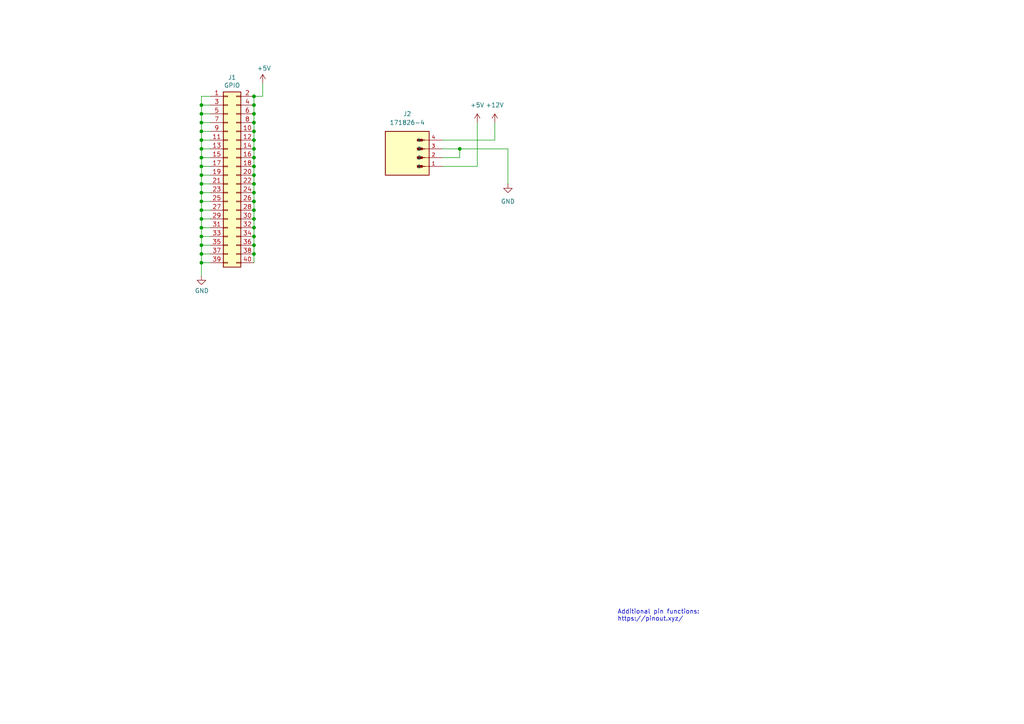
<source format=kicad_sch>
(kicad_sch (version 20231120) (generator "eeschema") (generator_version "8.0")
  (paper "A4")
  (title_block (date "15 nov 2012"))
  (lib_symbols
    (symbol "+5V_1" (power) (pin_numbers hide) (pin_names (offset 0) hide)
      (property "Value" "+5V" (at 0 3.556 0))
      (symbol "+5V_1_0_1"
        (polyline (pts (xy -0.762 1.27) (xy 0 2.54)))
        (polyline (pts (xy 0 0) (xy 0 2.54)))
        (polyline (pts (xy 0 2.54) (xy 0.762 1.27)))
      )
      (symbol "+5V_1_1_1"
        (pin power_in line (at 0 0 90) (length 0) (name "~") (number "1"))
      )
    )
    (symbol "171826-4:171826-4" (pin_names (offset 1.016))
      (property "Reference" "J" (at -6.85 7.62 0))
      (property "Value" "171826-4" (at -6.35 -7.62 0))
      (symbol "171826-4_0_0"
        (rectangle (start -6.35 -5.08) (end 6.35 7.62) (stroke (width 0.254)) (fill (type background)))
        (rectangle (start -4.445 -2.8575) (end -2.8575 -2.2225) (stroke (width 0.1)) (fill (type outline)))
        (rectangle (start -4.445 -0.3175) (end -2.8575 0.3175) (stroke (width 0.1)) (fill (type outline)))
        (rectangle (start -4.445 2.2225) (end -2.8575 2.8575) (stroke (width 0.1)) (fill (type outline)))
        (rectangle (start -4.445 4.7625) (end -2.8575 5.3975) (stroke (width 0.1)) (fill (type outline)))
        (polyline (pts (xy -5.08 -2.54) (xy -3.175 -2.54)) (stroke (width 0.254)))
        (polyline (pts (xy -5.08 0) (xy -3.175 0)) (stroke (width 0.254)))
        (polyline (pts (xy -5.08 2.54) (xy -3.175 2.54)) (stroke (width 0.254)))
        (polyline (pts (xy -5.08 5.08) (xy -3.175 5.08)) (stroke (width 0.254)))
        (pin passive line (at -10.16 5.08 0) (length 5.08) (name "1") (number "1"))
        (pin passive line (at -10.16 2.54 0) (length 5.08) (name "2") (number "2"))
        (pin passive line (at -10.16 0 0) (length 5.08) (name "3") (number "3"))
        (pin passive line (at -10.16 -2.54 0) (length 5.08) (name "4") (number "4"))
      )
    )
    (symbol "Connector_Generic:Conn_02x20_Odd_Even" (pin_names (offset 1.016) hide)
      (property "Reference" "J" (at 1.27 25.4 0))
      (property "Value" "Conn_02x20_Odd_Even" (at 1.27 -27.94 0))
      (symbol "Conn_02x20_Odd_Even_1_1"
        (rectangle (start -1.27 -25.273) (end 0 -25.527) (stroke (width 0.1524)))
        (rectangle (start -1.27 -22.733) (end 0 -22.987) (stroke (width 0.1524)))
        (rectangle (start -1.27 -20.193) (end 0 -20.447) (stroke (width 0.1524)))
        (rectangle (start -1.27 -17.653) (end 0 -17.907) (stroke (width 0.1524)))
        (rectangle (start -1.27 -15.113) (end 0 -15.367) (stroke (width 0.1524)))
        (rectangle (start -1.27 -12.573) (end 0 -12.827) (stroke (width 0.1524)))
        (rectangle (start -1.27 -10.033) (end 0 -10.287) (stroke (width 0.1524)))
        (rectangle (start -1.27 -7.493) (end 0 -7.747) (stroke (width 0.1524)))
        (rectangle (start -1.27 -4.953) (end 0 -5.207) (stroke (width 0.1524)))
        (rectangle (start -1.27 -2.413) (end 0 -2.667) (stroke (width 0.1524)))
        (rectangle (start -1.27 0.127) (end 0 -0.127) (stroke (width 0.1524)))
        (rectangle (start -1.27 2.667) (end 0 2.413) (stroke (width 0.1524)))
        (rectangle (start -1.27 5.207) (end 0 4.953) (stroke (width 0.1524)))
        (rectangle (start -1.27 7.747) (end 0 7.493) (stroke (width 0.1524)))
        (rectangle (start -1.27 10.287) (end 0 10.033) (stroke (width 0.1524)))
        (rectangle (start -1.27 12.827) (end 0 12.573) (stroke (width 0.1524)))
        (rectangle (start -1.27 15.367) (end 0 15.113) (stroke (width 0.1524)))
        (rectangle (start -1.27 17.907) (end 0 17.653) (stroke (width 0.1524)))
        (rectangle (start -1.27 20.447) (end 0 20.193) (stroke (width 0.1524)))
        (rectangle (start -1.27 22.987) (end 0 22.733) (stroke (width 0.1524)))
        (rectangle (start -1.27 24.13) (end 3.81 -26.67) (stroke (width 0.254)) (fill (type background)))
        (rectangle (start 3.81 -25.273) (end 2.54 -25.527) (stroke (width 0.1524)))
        (rectangle (start 3.81 -22.733) (end 2.54 -22.987) (stroke (width 0.1524)))
        (rectangle (start 3.81 -20.193) (end 2.54 -20.447) (stroke (width 0.1524)))
        (rectangle (start 3.81 -17.653) (end 2.54 -17.907) (stroke (width 0.1524)))
        (rectangle (start 3.81 -15.113) (end 2.54 -15.367) (stroke (width 0.1524)))
        (rectangle (start 3.81 -12.573) (end 2.54 -12.827) (stroke (width 0.1524)))
        (rectangle (start 3.81 -10.033) (end 2.54 -10.287) (stroke (width 0.1524)))
        (rectangle (start 3.81 -7.493) (end 2.54 -7.747) (stroke (width 0.1524)))
        (rectangle (start 3.81 -4.953) (end 2.54 -5.207) (stroke (width 0.1524)))
        (rectangle (start 3.81 -2.413) (end 2.54 -2.667) (stroke (width 0.1524)))
        (rectangle (start 3.81 0.127) (end 2.54 -0.127) (stroke (width 0.1524)))
        (rectangle (start 3.81 2.667) (end 2.54 2.413) (stroke (width 0.1524)))
        (rectangle (start 3.81 5.207) (end 2.54 4.953) (stroke (width 0.1524)))
        (rectangle (start 3.81 7.747) (end 2.54 7.493) (stroke (width 0.1524)))
        (rectangle (start 3.81 10.287) (end 2.54 10.033) (stroke (width 0.1524)))
        (rectangle (start 3.81 12.827) (end 2.54 12.573) (stroke (width 0.1524)))
        (rectangle (start 3.81 15.367) (end 2.54 15.113) (stroke (width 0.1524)))
        (rectangle (start 3.81 17.907) (end 2.54 17.653) (stroke (width 0.1524)))
        (rectangle (start 3.81 20.447) (end 2.54 20.193) (stroke (width 0.1524)))
        (rectangle (start 3.81 22.987) (end 2.54 22.733) (stroke (width 0.1524)))
        (pin passive line (at -5.08 22.86 0) (length 3.81) (name "Pin_1") (number "1"))
        (pin passive line (at 7.62 12.7 180) (length 3.81) (name "Pin_10") (number "10"))
        (pin passive line (at -5.08 10.16 0) (length 3.81) (name "Pin_11") (number "11"))
        (pin passive line (at 7.62 10.16 180) (length 3.81) (name "Pin_12") (number "12"))
        (pin passive line (at -5.08 7.62 0) (length 3.81) (name "Pin_13") (number "13"))
        (pin passive line (at 7.62 7.62 180) (length 3.81) (name "Pin_14") (number "14"))
        (pin passive line (at -5.08 5.08 0) (length 3.81) (name "Pin_15") (number "15"))
        (pin passive line (at 7.62 5.08 180) (length 3.81) (name "Pin_16") (number "16"))
        (pin passive line (at -5.08 2.54 0) (length 3.81) (name "Pin_17") (number "17"))
        (pin passive line (at 7.62 2.54 180) (length 3.81) (name "Pin_18") (number "18"))
        (pin passive line (at -5.08 0 0) (length 3.81) (name "Pin_19") (number "19"))
        (pin passive line (at 7.62 22.86 180) (length 3.81) (name "Pin_2") (number "2"))
        (pin passive line (at 7.62 0 180) (length 3.81) (name "Pin_20") (number "20"))
        (pin passive line (at -5.08 -2.54 0) (length 3.81) (name "Pin_21") (number "21"))
        (pin passive line (at 7.62 -2.54 180) (length 3.81) (name "Pin_22") (number "22"))
        (pin passive line (at -5.08 -5.08 0) (length 3.81) (name "Pin_23") (number "23"))
        (pin passive line (at 7.62 -5.08 180) (length 3.81) (name "Pin_24") (number "24"))
        (pin passive line (at -5.08 -7.62 0) (length 3.81) (name "Pin_25") (number "25"))
        (pin passive line (at 7.62 -7.62 180) (length 3.81) (name "Pin_26") (number "26"))
        (pin passive line (at -5.08 -10.16 0) (length 3.81) (name "Pin_27") (number "27"))
        (pin passive line (at 7.62 -10.16 180) (length 3.81) (name "Pin_28") (number "28"))
        (pin passive line (at -5.08 -12.7 0) (length 3.81) (name "Pin_29") (number "29"))
        (pin passive line (at -5.08 20.32 0) (length 3.81) (name "Pin_3") (number "3"))
        (pin passive line (at 7.62 -12.7 180) (length 3.81) (name "Pin_30") (number "30"))
        (pin passive line (at -5.08 -15.24 0) (length 3.81) (name "Pin_31") (number "31"))
        (pin passive line (at 7.62 -15.24 180) (length 3.81) (name "Pin_32") (number "32"))
        (pin passive line (at -5.08 -17.78 0) (length 3.81) (name "Pin_33") (number "33"))
        (pin passive line (at 7.62 -17.78 180) (length 3.81) (name "Pin_34") (number "34"))
        (pin passive line (at -5.08 -20.32 0) (length 3.81) (name "Pin_35") (number "35"))
        (pin passive line (at 7.62 -20.32 180) (length 3.81) (name "Pin_36") (number "36"))
        (pin passive line (at -5.08 -22.86 0) (length 3.81) (name "Pin_37") (number "37"))
        (pin passive line (at 7.62 -22.86 180) (length 3.81) (name "Pin_38") (number "38"))
        (pin passive line (at -5.08 -25.4 0) (length 3.81) (name "Pin_39") (number "39"))
        (pin passive line (at 7.62 20.32 180) (length 3.81) (name "Pin_4") (number "4"))
        (pin passive line (at 7.62 -25.4 180) (length 3.81) (name "Pin_40") (number "40"))
        (pin passive line (at -5.08 17.78 0) (length 3.81) (name "Pin_5") (number "5"))
        (pin passive line (at 7.62 17.78 180) (length 3.81) (name "Pin_6") (number "6"))
        (pin passive line (at -5.08 15.24 0) (length 3.81) (name "Pin_7") (number "7"))
        (pin passive line (at 7.62 15.24 180) (length 3.81) (name "Pin_8") (number "8"))
        (pin passive line (at -5.08 12.7 0) (length 3.81) (name "Pin_9") (number "9"))
      )
    )
    (symbol "GND_1" (power) (pin_numbers hide) (pin_names (offset 0) hide)
      (property "Value" "GND" (at 0 -3.81 0))
      (symbol "GND_1_0_1"
        (polyline (pts (xy 0 0) (xy 0 -1.27) (xy 1.27 -1.27) (xy 0 -2.54) (xy -1.27 -1.27) (xy 0 -1.27)))
      )
      (symbol "GND_1_1_1"
        (pin power_in line (at 0 0 270) (length 0) (name "~") (number "1"))
      )
    )
    (symbol "power:+12V" (power) (pin_numbers hide) (pin_names (offset 0) hide)
      (property "Value" "+12V" (at 0 3.556 0))
      (symbol "+12V_0_1"
        (polyline (pts (xy -0.762 1.27) (xy 0 2.54)))
        (polyline (pts (xy 0 0) (xy 0 2.54)))
        (polyline (pts (xy 0 2.54) (xy 0.762 1.27)))
      )
      (symbol "+12V_1_1"
        (pin power_in line (at 0 0 90) (length 0) (name "~") (number "1"))
      )
    )
    (symbol "power:+5V" (power) (pin_names (offset 0))
      (property "Value" "+5V" (at 0 3.556 0))
      (symbol "+5V_0_1"
        (polyline (pts (xy -0.762 1.27) (xy 0 2.54)))
        (polyline (pts (xy 0 0) (xy 0 2.54)))
        (polyline (pts (xy 0 2.54) (xy 0.762 1.27)))
      )
      (symbol "+5V_1_1"
        (pin power_in line (at 0 0 90) (length 0) hide (name "+5V") (number "1"))
      )
    )
    (symbol "power:GND" (power) (pin_names (offset 0))
      (property "Value" "GND" (at 0 -3.81 0))
      (symbol "GND_0_1"
        (polyline (pts (xy 0 0) (xy 0 -1.27) (xy 1.27 -1.27) (xy 0 -2.54) (xy -1.27 -1.27) (xy 0 -1.27)))
      )
      (symbol "GND_1_1"
        (pin power_in line (at 0 0 270) (length 0) hide (name "GND") (number "1"))
      )
    )
  )
  (junction (at 58.42 35.56))
  (junction (at 58.42 33.02))
  (junction (at 58.42 45.72))
  (junction (at 73.66 40.64))
  (junction (at 73.66 33.02))
  (junction (at 58.42 43.18))
  (junction (at 73.66 48.26))
  (junction (at 73.66 71.12))
  (junction (at 73.66 50.8))
  (junction (at 58.42 76.2))
  (junction (at 58.42 50.8))
  (junction (at 58.42 48.26))
  (junction (at 73.66 63.5))
  (junction (at 58.42 38.1))
  (junction (at 73.66 30.48))
  (junction (at 58.42 63.5))
  (junction (at 73.66 55.88))
  (junction (at 58.42 40.64))
  (junction (at 58.42 30.48))
  (junction (at 58.42 71.12))
  (junction (at 73.66 53.34))
  (junction (at 58.42 60.96))
  (junction (at 133.35 43.18))
  (junction (at 73.66 68.58))
  (junction (at 73.66 35.56))
  (junction (at 73.66 43.18))
  (junction (at 58.42 66.04))
  (junction (at 58.42 55.88))
  (junction (at 58.42 53.34))
  (junction (at 73.66 66.04))
  (junction (at 73.66 73.66))
  (junction (at 73.66 60.96))
  (junction (at 58.42 58.42))
  (junction (at 73.66 38.1))
  (junction (at 58.42 73.66))
  (junction (at 73.66 27.94))
  (junction (at 73.66 45.72))
  (junction (at 58.42 68.58))
  (junction (at 73.66 58.42))
  (wire (pts (xy 147.32 43.18) (xy 147.32 53.34)))
  (wire (pts (xy 73.66 48.26) (xy 73.66 50.8)))
  (wire (pts (xy 58.42 66.04) (xy 58.42 68.58)))
  (wire (pts (xy 60.96 53.34) (xy 58.42 53.34)))
  (wire (pts (xy 58.42 58.42) (xy 58.42 60.96)))
  (wire (pts (xy 58.42 38.1) (xy 58.42 40.64)))
  (wire (pts (xy 60.96 38.1) (xy 58.42 38.1)))
  (wire (pts (xy 58.42 63.5) (xy 58.42 66.04)))
  (wire (pts (xy 60.96 48.26) (xy 58.42 48.26)))
  (wire (pts (xy 60.96 55.88) (xy 58.42 55.88)))
  (wire (pts (xy 58.42 35.56) (xy 58.42 38.1)))
  (wire (pts (xy 60.96 66.04) (xy 58.42 66.04)))
  (wire (pts (xy 128.27 43.18) (xy 133.35 43.18)))
  (wire (pts (xy 73.66 27.94) (xy 73.66 30.48)))
  (wire (pts (xy 58.42 55.88) (xy 58.42 58.42)))
  (wire (pts (xy 73.66 68.58) (xy 73.66 71.12)))
  (wire (pts (xy 60.96 45.72) (xy 58.42 45.72)))
  (wire (pts (xy 60.96 63.5) (xy 58.42 63.5)))
  (wire (pts (xy 73.66 60.96) (xy 73.66 63.5)))
  (wire (pts (xy 73.66 27.94) (xy 76.2 27.94)))
  (wire (pts (xy 73.66 40.64) (xy 73.66 43.18)))
  (wire (pts (xy 58.42 30.48) (xy 58.42 33.02)))
  (wire (pts (xy 143.51 40.64) (xy 143.51 35.56)))
  (wire (pts (xy 60.96 58.42) (xy 58.42 58.42)))
  (wire (pts (xy 73.66 33.02) (xy 73.66 35.56)))
  (wire (pts (xy 60.96 68.58) (xy 58.42 68.58)))
  (wire (pts (xy 60.96 35.56) (xy 58.42 35.56)))
  (wire (pts (xy 58.42 68.58) (xy 58.42 71.12)))
  (wire (pts (xy 58.42 73.66) (xy 60.96 73.66)))
  (wire (pts (xy 73.66 50.8) (xy 73.66 53.34)))
  (wire (pts (xy 73.66 43.18) (xy 73.66 45.72)))
  (wire (pts (xy 60.96 30.48) (xy 58.42 30.48)))
  (wire (pts (xy 60.96 71.12) (xy 58.42 71.12)))
  (wire (pts (xy 73.66 66.04) (xy 73.66 68.58)))
  (wire (pts (xy 58.42 71.12) (xy 58.42 73.66)))
  (wire (pts (xy 58.42 45.72) (xy 58.42 48.26)))
  (wire (pts (xy 58.42 48.26) (xy 58.42 50.8)))
  (wire (pts (xy 60.96 27.94) (xy 58.42 27.94)))
  (wire (pts (xy 60.96 40.64) (xy 58.42 40.64)))
  (wire (pts (xy 58.42 53.34) (xy 58.42 55.88)))
  (wire (pts (xy 76.2 24.13) (xy 76.2 27.94)))
  (wire (pts (xy 73.66 73.66) (xy 73.66 76.2)))
  (wire (pts (xy 133.35 43.18) (xy 147.32 43.18)))
  (wire (pts (xy 73.66 45.72) (xy 73.66 48.26)))
  (wire (pts (xy 60.96 60.96) (xy 58.42 60.96)))
  (wire (pts (xy 58.42 50.8) (xy 58.42 53.34)))
  (wire (pts (xy 60.96 50.8) (xy 58.42 50.8)))
  (wire (pts (xy 73.66 53.34) (xy 73.66 55.88)))
  (wire (pts (xy 60.96 33.02) (xy 58.42 33.02)))
  (wire (pts (xy 128.27 45.72) (xy 133.35 45.72)))
  (wire (pts (xy 58.42 76.2) (xy 58.42 80.01)))
  (wire (pts (xy 73.66 71.12) (xy 73.66 73.66)))
  (wire (pts (xy 73.66 38.1) (xy 73.66 40.64)))
  (wire (pts (xy 58.42 27.94) (xy 58.42 30.48)))
  (wire (pts (xy 128.27 40.64) (xy 143.51 40.64)))
  (wire (pts (xy 58.42 43.18) (xy 58.42 45.72)))
  (wire (pts (xy 58.42 60.96) (xy 58.42 63.5)))
  (wire (pts (xy 58.42 76.2) (xy 60.96 76.2)))
  (wire (pts (xy 73.66 58.42) (xy 73.66 60.96)))
  (wire (pts (xy 58.42 40.64) (xy 58.42 43.18)))
  (wire (pts (xy 138.43 35.56) (xy 138.43 48.26)))
  (wire (pts (xy 73.66 55.88) (xy 73.66 58.42)))
  (wire (pts (xy 73.66 63.5) (xy 73.66 66.04)))
  (wire (pts (xy 73.66 35.56) (xy 73.66 38.1)))
  (wire (pts (xy 60.96 43.18) (xy 58.42 43.18)))
  (wire (pts (xy 73.66 30.48) (xy 73.66 33.02)))
  (wire (pts (xy 58.42 73.66) (xy 58.42 76.2)))
  (wire (pts (xy 133.35 45.72) (xy 133.35 43.18)))
  (wire (pts (xy 128.27 48.26) (xy 138.43 48.26)))
  (wire (pts (xy 58.42 33.02) (xy 58.42 35.56)))
  (text "Additional pin functions:\nhttps://pinout.xyz/" (at 179.07 180.34 0) (effects (font (size 1.27 1.27)) (justify left bottom)))
  (symbol (lib_id "power:+5V") (at 76.2 24.13 0) (unit 1)
    (property "Reference" "#PWR01" (effects (hide yes)))
    (property "Value" "+5V" (at 76.5683 19.8056 0))
  )
  (symbol (lib_id "power:GND") (at 58.42 80.01 0) (unit 1)
    (property "Reference" "#PWR03" (effects (hide yes)))
    (property "Value" "GND" (at 58.5343 84.3344 0))
  )
  (symbol (lib_id "Connector_Generic:Conn_02x20_Odd_Even") (at 66.04 50.8 0) (unit 1)
    (property "Reference" "J1" (at 67.31 22.4598 0))
    (property "Value" "GPIO" (at 67.31 24.765 0))
    (property "Footprint" "Connector_PinSocket_2.54mm:PinSocket_2x20_P2.54mm_Vertical" (effects (hide yes)))
  )
  (symbol (lib_id "171826-4:171826-4") (at 118.11 43.18 180) (unit 1)
    (property "Reference" "J2" (at 118.11 33.02 0))
    (property "Value" "171826-4" (at 118.11 35.56 0))
    (property "Footprint" "171826-4:TE_171826-4" (effects (hide yes)))
    (property "Comment" "171826-4" (effects (hide yes)))
    (property "MF" "TE Connectivity" (effects (hide yes)))
    (property "Product_Type" "Connector" (effects (hide yes)))
    (property "Description_1" "\nEI Series, 2.5mm Pitch 4 Way 1 Row Right Angle PCB Header, Solder Termination | TE Connectivity 171826-4\n" (effects (hide yes)))
    (property "Package" "None" (effects (hide yes)))
    (property "Price" "None" (effects (hide yes)))
    (property "Check_prices" "https://www.snapeda.com/parts/171826-4/TE+Connectivity+AMP+Connectors/view-part/?ref=eda" (effects (hide yes)))
    (property "Number_of_Positions" "4" (effects (hide yes)))
    (property "SnapEDA_Link" "https://www.snapeda.com/parts/171826-4/TE+Connectivity+AMP+Connectors/view-part/?ref=snap" (effects (hide yes)))
    (property "MP" "171826-4" (effects (hide yes)))
    (property "EU_RoHS_Compliance" "Compliant" (effects (hide yes)))
    (property "Availability" "In Stock" (effects (hide yes)))
    (property "Centerline_Pitch" "2.5 mm[.098 in]" (effects (hide yes)))
    (property "MANUFACTURER" "TE" (effects (hide yes)))
  )
  (symbol (lib_name "GND_1") (lib_id "power:GND") (at 147.32 53.34 0) (unit 1)
    (property "Reference" "#PWR05" (effects (hide yes)))
    (property "Value" "GND" (at 147.32 58.42 0))
    (property "Description" "Power symbol creates a global label with name \"GND\" , ground" (effects (hide yes)))
  )
  (symbol (lib_name "+5V_1") (lib_id "power:+5V") (at 138.43 35.56 0) (unit 1)
    (property "Reference" "#PWR02" (effects (hide yes)))
    (property "Value" "+5V" (at 138.43 30.48 0))
    (property "Description" "Power symbol creates a global label with name \"+5V\"" (effects (hide yes)))
  )
  (symbol (lib_id "power:+12V") (at 143.51 35.56 0) (unit 1)
    (property "Reference" "#PWR04" (effects (hide yes)))
    (property "Value" "+12V" (at 143.51 30.48 0))
    (property "Description" "Power symbol creates a global label with name \"+12V\"" (effects (hide yes)))
  )
)
</source>
